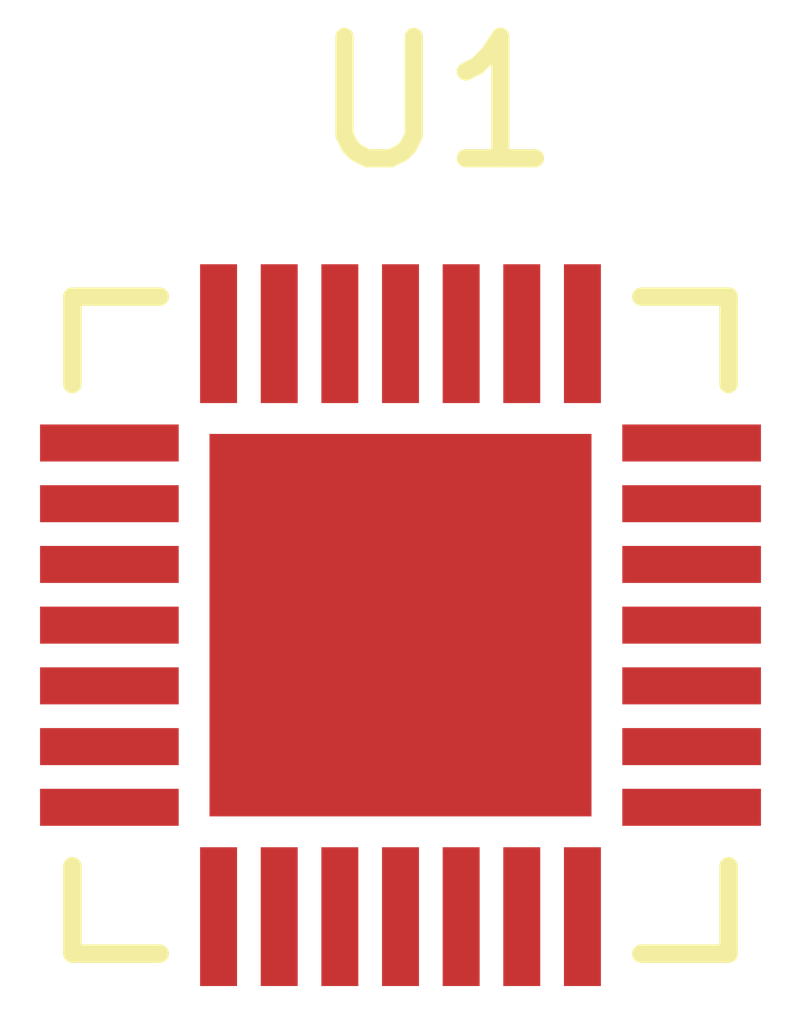
<source format=kicad_pcb>
(kicad_pcb (version 20240108) (generator "pcbnew") (generator_version "8.0")
  (layers (0 "F.Cu" signal) (31 "B.Cu" signal) (34 "B.Paste" user) (35 "F.Paste" user) (36 "B.SilkS" user "B.Silkscreen") (37 "F.SilkS" user "F.Silkscreen") (38 "B.Mask" user) (39 "F.Mask" user) (44 "Edge.Cuts" user))
  (net 0 "")
  (net 1 "+3.3V")
  (net 2 "+24V")
  (net 4 "Net-(U1-SENSE2)")
  (net 5 "Net-(U1-ROSC)")
  (net 6 "GND")
  (net 10 "Net-(U1-VCP)")
  (net 14 "Net-(U1-SENSE1)")
  (net 17 "Net-(U1-VREG)")
  (net 19 "Net-(U1-CP2)")
  (net 25 "Net-(U1-~{SLEEP})")
  (net 26 "Net-(U1-CP1)")
  (footprint "Footprints:A4988_QFN-28_ALM" (layer "F.Cu") (at 152.700001 102.0997)
    (property "Reference" "U1" (at 0.3 -4.2997 0) (layer "F.SilkS"))
    (property "Value" "A4988SETTR-T" (hide yes))
    (fp_line (start -2.7051 -2.7051) (end -2.7051 -1.98514) (stroke (width 0.1524)) (layer "F.SilkS"))
    (fp_line (start -2.7051 1.98514) (end -2.7051 2.7051) (stroke (width 0.1524)) (layer "F.SilkS"))
    (fp_line (start -2.7051 2.7051) (end -1.98514 2.7051) (stroke (width 0.1524)) (layer "F.SilkS"))
    (fp_line (start -1.98514 -2.7051) (end -2.7051 -2.7051) (stroke (width 0.1524)) (layer "F.SilkS"))
    (fp_line (start 1.98514 2.7051) (end 2.7051 2.7051) (stroke (width 0.1524)) (layer "F.SilkS"))
    (fp_line (start 2.7051 -2.7051) (end 1.98514 -2.7051) (stroke (width 0.1524)) (layer "F.SilkS"))
    (fp_line (start 2.7051 -1.98514) (end 2.7051 -2.7051) (stroke (width 0.1524)) (layer "F.SilkS"))
    (fp_line (start 2.7051 2.7051) (end 2.7051 1.98514) (stroke (width 0.1524)) (layer "F.SilkS"))
    (pad "1" smd rect (at -2.4003 -1.5) (size 1.143 0.3048) (layers "F.Cu" "F.Paste" "F.Mask"))
    (pad "2" smd rect (at -2.4003 -1.000001) (size 1.143 0.3048) (layers "F.Cu" "F.Paste" "F.Mask"))
    (pad "3" smd rect (at -2.4003 -0.499999) (size 1.143 0.3048) (layers "F.Cu" "F.Paste" "F.Mask") (net 6 "GND"))
    (pad "4" smd rect (at -2.4003 0) (size 1.143 0.3048) (layers "F.Cu" "F.Paste" "F.Mask") (net 26 "Net-(U1-CP1)"))
    (pad "5" smd rect (at -2.4003 0.499999) (size 1.143 0.3048) (layers "F.Cu" "F.Paste" "F.Mask") (net 19 "Net-(U1-CP2)"))
    (pad "6" smd rect (at -2.4003 1.000001) (size 1.143 0.3048) (layers "F.Cu" "F.Paste" "F.Mask") (net 10 "Net-(U1-VCP)"))
    (pad "7" smd rect (at -2.4003 1.5) (size 1.143 0.3048) (layers "F.Cu" "F.Paste" "F.Mask"))
    (pad "8" smd rect (at -1.5 2.4003 90) (size 1.143 0.3048) (layers "F.Cu" "F.Paste" "F.Mask") (net 17 "Net-(U1-VREG)"))
    (pad "9" smd rect (at -1.000001 2.4003 90) (size 1.143 0.3048) (layers "F.Cu" "F.Paste" "F.Mask"))
    (pad "10" smd rect (at -0.499999 2.4003 90) (size 1.143 0.3048) (layers "F.Cu" "F.Paste" "F.Mask"))
    (pad "11" smd rect (at 0 2.4003 90) (size 1.143 0.3048) (layers "F.Cu" "F.Paste" "F.Mask"))
    (pad "12" smd rect (at 0.499999 2.4003 90) (size 1.143 0.3048) (layers "F.Cu" "F.Paste" "F.Mask"))
    (pad "13" smd rect (at 1.000001 2.4003 90) (size 1.143 0.3048) (layers "F.Cu" "F.Paste" "F.Mask") (net 5 "Net-(U1-ROSC)"))
    (pad "14" smd rect (at 1.5 2.4003 90) (size 1.143 0.3048) (layers "F.Cu" "F.Paste" "F.Mask") (net 25 "Net-(U1-~{SLEEP})"))
    (pad "15" smd rect (at 2.4003 1.5) (size 1.143 0.3048) (layers "F.Cu" "F.Paste" "F.Mask") (net 1 "+3.3V"))
    (pad "16" smd rect (at 2.4003 1.000001) (size 1.143 0.3048) (layers "F.Cu" "F.Paste" "F.Mask"))
    (pad "17" smd rect (at 2.4003 0.499999) (size 1.143 0.3048) (layers "F.Cu" "F.Paste" "F.Mask"))
    (pad "18" smd rect (at 2.4003 0) (size 1.143 0.3048) (layers "F.Cu" "F.Paste" "F.Mask") (net 6 "GND"))
    (pad "19" smd rect (at 2.4003 -0.499999) (size 1.143 0.3048) (layers "F.Cu" "F.Paste" "F.Mask"))
    (pad "20" smd rect (at 2.4003 -1.000001) (size 1.143 0.3048) (layers "F.Cu" "F.Paste" "F.Mask"))
    (pad "21" smd rect (at 2.4003 -1.5) (size 1.143 0.3048) (layers "F.Cu" "F.Paste" "F.Mask"))
    (pad "22" smd rect (at 1.5 -2.4003 90) (size 1.143 0.3048) (layers "F.Cu" "F.Paste" "F.Mask") (net 2 "+24V"))
    (pad "23" smd rect (at 1.000001 -2.4003 90) (size 1.143 0.3048) (layers "F.Cu" "F.Paste" "F.Mask") (net 14 "Net-(U1-SENSE1)"))
    (pad "24" smd rect (at 0.499999 -2.4003 90) (size 1.143 0.3048) (layers "F.Cu" "F.Paste" "F.Mask"))
    (pad "25" smd rect (at 0 -2.4003 90) (size 1.143 0.3048) (layers "F.Cu" "F.Paste" "F.Mask"))
    (pad "26" smd rect (at -0.499999 -2.4003 90) (size 1.143 0.3048) (layers "F.Cu" "F.Paste" "F.Mask"))
    (pad "27" smd rect (at -1.000001 -2.4003 90) (size 1.143 0.3048) (layers "F.Cu" "F.Paste" "F.Mask") (net 4 "Net-(U1-SENSE2)"))
    (pad "28" smd rect (at -1.5 -2.4003 90) (size 1.143 0.3048) (layers "F.Cu" "F.Paste" "F.Mask") (net 2 "+24V"))
    (pad "29" smd rect (at 0 0) (size 3.1496 3.1496) (layers "F.Cu" "F.Mask"))
  )
)
</source>
